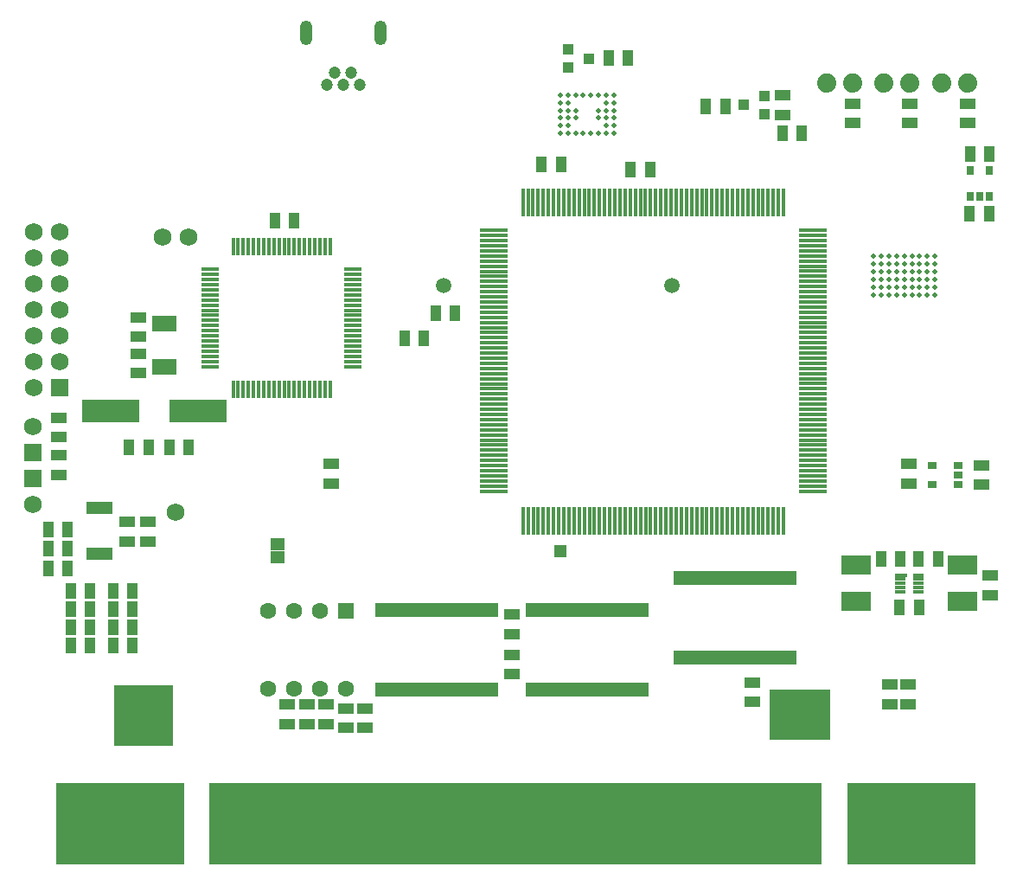
<source format=gts>
G04 (created by PCBNEW-RS274X (2010-12-16 BZR 2663)-testing) date Thu 06 Jan 2011 05:59:49 PM CET*
G01*
G70*
G90*
%MOIN*%
G04 Gerber Fmt 3.4, Leading zero omitted, Abs format*
%FSLAX34Y34*%
G04 APERTURE LIST*
%ADD10C,0.008000*%
%ADD11R,0.019800X0.055200*%
%ADD12R,0.038000X0.028000*%
%ADD13R,0.028000X0.038000*%
%ADD14R,0.067000X0.017800*%
%ADD15R,0.017800X0.067000*%
%ADD16R,0.018000X0.108000*%
%ADD17R,0.108000X0.018000*%
%ADD18R,0.044000X0.044000*%
%ADD19R,0.094600X0.059200*%
%ADD20R,0.068000X0.068000*%
%ADD21C,0.068000*%
%ADD22C,0.047400*%
%ADD23O,0.047400X0.094600*%
%ADD24O,0.019400X0.019400*%
%ADD25R,0.019800X0.047300*%
%ADD26R,0.063000X0.043000*%
%ADD27R,0.043000X0.063000*%
%ADD28C,0.059200*%
%ADD29R,0.047300X0.015900*%
%ADD30R,0.043400X0.015900*%
%ADD31R,0.043400X0.015800*%
%ADD32R,0.047400X0.047400*%
%ADD33R,0.058000X0.046000*%
%ADD34R,0.063000X0.063000*%
%ADD35C,0.063000*%
%ADD36R,0.492900X0.315800*%
%ADD37R,2.363000X0.315800*%
%ADD38R,0.237000X0.197700*%
%ADD39R,0.229100X0.237000*%
%ADD40R,0.118000X0.078000*%
%ADD41C,0.074000*%
%ADD42R,0.224600X0.086700*%
G04 APERTURE END LIST*
G54D10*
G54D11*
X51787Y-47635D03*
X51984Y-47635D03*
X52180Y-47635D03*
X52377Y-47635D03*
X52574Y-47635D03*
X52771Y-47635D03*
X52968Y-47635D03*
X53165Y-47635D03*
X53362Y-47635D03*
X53558Y-47635D03*
X53755Y-47635D03*
X53952Y-47635D03*
X54148Y-47635D03*
X54345Y-47635D03*
X54542Y-47635D03*
X54738Y-47635D03*
X54935Y-47635D03*
X55132Y-47635D03*
X55329Y-47635D03*
X55526Y-47635D03*
X55723Y-47635D03*
X55920Y-47635D03*
X56116Y-47635D03*
X56313Y-47635D03*
X56313Y-44565D03*
X56116Y-44565D03*
X55920Y-44565D03*
X55723Y-44565D03*
X55526Y-44565D03*
X55329Y-44565D03*
X55132Y-44565D03*
X54935Y-44565D03*
X54738Y-44565D03*
X54542Y-44565D03*
X54345Y-44565D03*
X54148Y-44565D03*
X53952Y-44565D03*
X53755Y-44565D03*
X53558Y-44565D03*
X53362Y-44565D03*
X53165Y-44565D03*
X52968Y-44565D03*
X52771Y-44565D03*
X52574Y-44565D03*
X52377Y-44565D03*
X52180Y-44565D03*
X51984Y-44565D03*
X51787Y-44565D03*
X63287Y-46385D03*
X63484Y-46385D03*
X63680Y-46385D03*
X63877Y-46385D03*
X64074Y-46385D03*
X64271Y-46385D03*
X64468Y-46385D03*
X64665Y-46385D03*
X64862Y-46385D03*
X65058Y-46385D03*
X65255Y-46385D03*
X65452Y-46385D03*
X65648Y-46385D03*
X65845Y-46385D03*
X66042Y-46385D03*
X66238Y-46385D03*
X66435Y-46385D03*
X66632Y-46385D03*
X66829Y-46385D03*
X67026Y-46385D03*
X67223Y-46385D03*
X67420Y-46385D03*
X67616Y-46385D03*
X67813Y-46385D03*
X67813Y-43315D03*
X67616Y-43315D03*
X67420Y-43315D03*
X67223Y-43315D03*
X67026Y-43315D03*
X66829Y-43315D03*
X66632Y-43315D03*
X66435Y-43315D03*
X66238Y-43315D03*
X66042Y-43315D03*
X65845Y-43315D03*
X65648Y-43315D03*
X65452Y-43315D03*
X65255Y-43315D03*
X65058Y-43315D03*
X64862Y-43315D03*
X64665Y-43315D03*
X64468Y-43315D03*
X64271Y-43315D03*
X64074Y-43315D03*
X63877Y-43315D03*
X63680Y-43315D03*
X63484Y-43315D03*
X63287Y-43315D03*
X57587Y-47635D03*
X57784Y-47635D03*
X57980Y-47635D03*
X58177Y-47635D03*
X58374Y-47635D03*
X58571Y-47635D03*
X58768Y-47635D03*
X58965Y-47635D03*
X59162Y-47635D03*
X59358Y-47635D03*
X59555Y-47635D03*
X59752Y-47635D03*
X59948Y-47635D03*
X60145Y-47635D03*
X60342Y-47635D03*
X60538Y-47635D03*
X60735Y-47635D03*
X60932Y-47635D03*
X61129Y-47635D03*
X61326Y-47635D03*
X61523Y-47635D03*
X61720Y-47635D03*
X61916Y-47635D03*
X62113Y-47635D03*
X62113Y-44565D03*
X61916Y-44565D03*
X61720Y-44565D03*
X61523Y-44565D03*
X61326Y-44565D03*
X61129Y-44565D03*
X60932Y-44565D03*
X60735Y-44565D03*
X60538Y-44565D03*
X60342Y-44565D03*
X60145Y-44565D03*
X59948Y-44565D03*
X59752Y-44565D03*
X59555Y-44565D03*
X59358Y-44565D03*
X59162Y-44565D03*
X58965Y-44565D03*
X58768Y-44565D03*
X58571Y-44565D03*
X58374Y-44565D03*
X58177Y-44565D03*
X57980Y-44565D03*
X57784Y-44565D03*
X57587Y-44565D03*
G54D12*
X74145Y-39733D03*
X74145Y-38983D03*
X73145Y-39733D03*
X74145Y-39358D03*
X73145Y-38983D03*
G54D13*
X74605Y-28635D03*
X75355Y-28635D03*
X74605Y-27635D03*
X74980Y-28635D03*
X75355Y-27635D03*
G54D14*
X45320Y-31430D03*
X45320Y-31627D03*
X45320Y-31824D03*
X45320Y-32021D03*
X45320Y-32218D03*
X45320Y-32415D03*
X45320Y-32612D03*
X45320Y-32808D03*
X45320Y-33005D03*
X45320Y-33202D03*
X45320Y-33398D03*
X45320Y-33595D03*
X45320Y-33792D03*
X45320Y-33988D03*
X45320Y-34185D03*
X45320Y-34382D03*
X45320Y-34579D03*
X45320Y-34776D03*
X45320Y-34973D03*
X45320Y-35170D03*
G54D15*
X46205Y-36055D03*
X46402Y-36055D03*
X46599Y-36055D03*
X46796Y-36055D03*
X46993Y-36055D03*
X47190Y-36055D03*
X47387Y-36055D03*
X47583Y-36055D03*
X47780Y-36055D03*
X47977Y-36055D03*
X48173Y-36055D03*
X48370Y-36055D03*
X48567Y-36055D03*
X48763Y-36055D03*
X48960Y-36055D03*
X49157Y-36055D03*
X49354Y-36055D03*
X49551Y-36055D03*
X49748Y-36055D03*
X49945Y-36055D03*
G54D14*
X50830Y-35170D03*
X50830Y-34973D03*
X50830Y-34776D03*
X50830Y-34579D03*
X50830Y-34382D03*
X50830Y-34185D03*
X50830Y-33988D03*
X50830Y-33792D03*
X50830Y-33595D03*
X50830Y-33398D03*
X50830Y-33202D03*
X50830Y-33005D03*
X50830Y-32808D03*
X50830Y-32612D03*
X50830Y-32415D03*
X50830Y-32218D03*
X50830Y-32021D03*
X50830Y-31824D03*
X50830Y-31627D03*
X50830Y-31430D03*
G54D15*
X49945Y-30545D03*
X49748Y-30545D03*
X49551Y-30545D03*
X49354Y-30545D03*
X49157Y-30545D03*
X48960Y-30545D03*
X48763Y-30545D03*
X48567Y-30545D03*
X48370Y-30545D03*
X48173Y-30545D03*
X47977Y-30545D03*
X47780Y-30545D03*
X47583Y-30545D03*
X47387Y-30545D03*
X47190Y-30545D03*
X46993Y-30545D03*
X46796Y-30545D03*
X46599Y-30545D03*
X46402Y-30545D03*
X46205Y-30545D03*
G54D16*
X67423Y-28850D03*
X67226Y-28850D03*
X67029Y-28850D03*
X66832Y-28850D03*
X66635Y-28850D03*
X66438Y-28850D03*
X66241Y-28850D03*
X66044Y-28850D03*
X65847Y-28850D03*
X65650Y-28850D03*
X65453Y-28850D03*
X65256Y-28850D03*
X65059Y-28850D03*
X64862Y-28850D03*
X64665Y-28850D03*
X64468Y-28850D03*
X64271Y-28850D03*
X64074Y-28850D03*
X63877Y-28850D03*
X63680Y-28850D03*
X63483Y-28850D03*
X63286Y-28850D03*
X63089Y-28850D03*
X62892Y-28850D03*
X62695Y-28850D03*
X62498Y-28850D03*
X62301Y-28850D03*
X62104Y-28850D03*
X61907Y-28850D03*
X61710Y-28850D03*
X61513Y-28850D03*
X61316Y-28850D03*
X61119Y-28850D03*
X60922Y-28850D03*
X60725Y-28850D03*
X60528Y-28850D03*
X60331Y-28850D03*
X60134Y-28850D03*
X59937Y-28850D03*
X59740Y-28850D03*
X59543Y-28850D03*
X59346Y-28850D03*
X59149Y-28850D03*
X58952Y-28850D03*
X58755Y-28850D03*
X58558Y-28850D03*
X58361Y-28850D03*
X58164Y-28850D03*
X57967Y-28850D03*
X57770Y-28850D03*
X57573Y-28850D03*
X57376Y-28850D03*
G54D17*
X56270Y-29927D03*
X56270Y-30124D03*
X56270Y-30321D03*
X56270Y-30518D03*
X56270Y-30715D03*
X56270Y-30912D03*
X56270Y-31109D03*
X56270Y-31306D03*
X56270Y-31503D03*
X56270Y-31700D03*
X56270Y-31897D03*
X56270Y-32094D03*
X56270Y-32291D03*
X56270Y-32488D03*
X56270Y-32685D03*
X56270Y-32882D03*
X56270Y-33079D03*
X56270Y-33276D03*
X56270Y-33473D03*
X56270Y-33670D03*
X56270Y-33867D03*
X56270Y-34064D03*
X56270Y-34261D03*
X56270Y-34458D03*
X56270Y-34655D03*
X56270Y-34852D03*
X56270Y-35049D03*
X56270Y-35246D03*
X56270Y-35443D03*
X56270Y-35640D03*
X56270Y-35837D03*
X56270Y-36034D03*
X56270Y-36231D03*
X56270Y-36428D03*
X56270Y-36625D03*
X56270Y-36822D03*
X56270Y-37019D03*
X56270Y-37216D03*
X56270Y-37413D03*
X56270Y-37610D03*
X56270Y-37807D03*
X56270Y-38004D03*
X56270Y-38201D03*
X56270Y-38398D03*
X56270Y-38595D03*
X56270Y-38792D03*
X56270Y-38989D03*
X56270Y-39186D03*
X56270Y-39383D03*
X56270Y-39580D03*
X56270Y-39777D03*
X56270Y-39974D03*
G54D16*
X57377Y-41130D03*
X57574Y-41130D03*
X57771Y-41130D03*
X57968Y-41130D03*
X58165Y-41130D03*
X58362Y-41130D03*
X58559Y-41130D03*
X58756Y-41130D03*
X58953Y-41130D03*
X59150Y-41130D03*
X59347Y-41130D03*
X59544Y-41130D03*
X59741Y-41130D03*
X59938Y-41130D03*
X60135Y-41130D03*
X60332Y-41130D03*
X60529Y-41130D03*
X60726Y-41130D03*
X60923Y-41130D03*
X61120Y-41130D03*
X61317Y-41130D03*
X61514Y-41130D03*
X61711Y-41130D03*
X61908Y-41130D03*
X62105Y-41130D03*
X62302Y-41130D03*
X62499Y-41130D03*
X62696Y-41130D03*
X62893Y-41130D03*
X63090Y-41130D03*
X63287Y-41130D03*
X63484Y-41130D03*
X63681Y-41130D03*
X63878Y-41130D03*
X64075Y-41130D03*
X64272Y-41130D03*
X64469Y-41130D03*
X64666Y-41130D03*
X64863Y-41130D03*
X65060Y-41130D03*
X65257Y-41130D03*
X65454Y-41130D03*
X65651Y-41130D03*
X65848Y-41130D03*
X66045Y-41130D03*
X66242Y-41130D03*
X66439Y-41130D03*
X66636Y-41130D03*
X66833Y-41130D03*
X67030Y-41130D03*
X67227Y-41130D03*
X67424Y-41130D03*
G54D17*
X68550Y-39973D03*
X68550Y-39776D03*
X68550Y-39579D03*
X68550Y-39382D03*
X68550Y-39185D03*
X68550Y-38988D03*
X68550Y-38791D03*
X68550Y-38594D03*
X68550Y-38397D03*
X68550Y-38200D03*
X68550Y-38003D03*
X68550Y-37806D03*
X68550Y-37609D03*
X68550Y-37412D03*
X68550Y-37215D03*
X68550Y-37018D03*
X68550Y-36821D03*
X68550Y-36624D03*
X68550Y-36427D03*
X68550Y-36230D03*
X68550Y-36033D03*
X68550Y-35836D03*
X68550Y-35639D03*
X68550Y-35442D03*
X68550Y-35245D03*
X68550Y-35048D03*
X68550Y-34851D03*
X68550Y-34654D03*
X68550Y-34457D03*
X68550Y-34260D03*
X68550Y-34063D03*
X68550Y-33866D03*
X68550Y-33669D03*
X68550Y-33472D03*
X68550Y-33275D03*
X68550Y-33078D03*
X68550Y-32881D03*
X68550Y-32684D03*
X68550Y-32487D03*
X68550Y-32290D03*
X68550Y-32093D03*
X68550Y-31896D03*
X68550Y-31699D03*
X68550Y-31502D03*
X68550Y-31305D03*
X68550Y-31108D03*
X68550Y-30911D03*
X68550Y-30714D03*
X68550Y-30517D03*
X68550Y-30320D03*
X68550Y-30123D03*
X68550Y-29926D03*
G54D18*
X59128Y-23657D03*
X59128Y-22957D03*
X59928Y-23307D03*
G54D19*
X43550Y-33523D03*
X43550Y-35177D03*
G54D20*
X38500Y-38500D03*
G54D21*
X38500Y-37500D03*
G54D22*
X50135Y-23864D03*
X50450Y-24336D03*
X50765Y-23864D03*
X51080Y-24336D03*
X49820Y-24336D03*
G54D23*
X49013Y-22328D03*
X51887Y-22328D03*
G54D18*
X66700Y-24750D03*
X66700Y-25450D03*
X65900Y-25100D03*
G54D20*
X38500Y-39500D03*
G54D21*
X38500Y-40500D03*
X44000Y-40800D03*
X44500Y-30200D03*
X43500Y-30200D03*
G54D24*
X73260Y-30932D03*
X72964Y-30932D03*
X72669Y-30932D03*
X72374Y-30932D03*
X72079Y-30932D03*
X71784Y-30932D03*
X71489Y-30932D03*
X71194Y-30932D03*
X70898Y-30932D03*
X73260Y-31228D03*
X72964Y-31228D03*
X72669Y-31228D03*
X72374Y-31228D03*
X72079Y-31228D03*
X71784Y-31228D03*
X71489Y-31228D03*
X71194Y-31228D03*
X70898Y-31228D03*
X73260Y-31523D03*
X72964Y-31523D03*
X72669Y-31523D03*
X72374Y-31523D03*
X72079Y-31523D03*
X71784Y-31523D03*
X71489Y-31523D03*
X71194Y-31523D03*
X70898Y-31523D03*
X73260Y-31817D03*
X72964Y-31817D03*
X72669Y-31817D03*
X72374Y-31817D03*
X72079Y-31817D03*
X71784Y-31817D03*
X71489Y-31817D03*
X71194Y-31817D03*
X70898Y-31817D03*
X73260Y-32112D03*
X72964Y-32112D03*
X72669Y-32112D03*
X72374Y-32112D03*
X72079Y-32112D03*
X71784Y-32112D03*
X71489Y-32112D03*
X71194Y-32112D03*
X70898Y-32112D03*
X73260Y-32408D03*
X72964Y-32408D03*
X72669Y-32408D03*
X72374Y-32408D03*
X72079Y-32408D03*
X71784Y-32408D03*
X71489Y-32408D03*
X71194Y-32408D03*
X70898Y-32408D03*
X58817Y-26188D03*
X59112Y-26188D03*
X59408Y-26188D03*
X59703Y-26188D03*
X59997Y-26188D03*
X60292Y-26188D03*
X60588Y-26188D03*
X60883Y-26188D03*
X58817Y-25892D03*
X59112Y-25892D03*
X60588Y-25892D03*
X60883Y-25892D03*
X58817Y-25597D03*
X59112Y-25597D03*
X59408Y-25597D03*
X60292Y-25597D03*
X60588Y-25597D03*
X60883Y-25597D03*
X58817Y-25303D03*
X59112Y-25303D03*
X59408Y-25303D03*
X60292Y-25303D03*
X60588Y-25303D03*
X60883Y-25303D03*
X58817Y-25008D03*
X59112Y-25008D03*
X60588Y-25008D03*
X60883Y-25008D03*
X58817Y-24712D03*
X59112Y-24712D03*
X59408Y-24712D03*
X59703Y-24712D03*
X59997Y-24712D03*
X60292Y-24712D03*
X60588Y-24712D03*
X60883Y-24712D03*
G54D25*
X41443Y-40615D03*
X41246Y-40615D03*
X41050Y-40615D03*
X40854Y-40615D03*
X40657Y-40615D03*
X40657Y-42385D03*
X40854Y-42385D03*
X41050Y-42385D03*
X41246Y-42385D03*
X41443Y-42385D03*
G54D20*
X39516Y-35992D03*
G54D21*
X38516Y-35992D03*
X39516Y-34992D03*
X38516Y-34992D03*
X39516Y-33992D03*
X38516Y-33992D03*
X39516Y-32992D03*
X38516Y-32992D03*
X39516Y-31992D03*
X38516Y-31992D03*
X39516Y-30992D03*
X38516Y-30992D03*
X39516Y-29992D03*
X38516Y-29992D03*
G54D26*
X49050Y-48200D03*
X49050Y-48950D03*
X42913Y-41910D03*
X42913Y-41160D03*
X70075Y-25800D03*
X70075Y-25050D03*
X39475Y-38600D03*
X39475Y-39350D03*
X39488Y-37895D03*
X39488Y-37145D03*
G54D27*
X72650Y-44450D03*
X71900Y-44450D03*
X71175Y-42575D03*
X71925Y-42575D03*
G54D26*
X75400Y-43975D03*
X75400Y-43225D03*
G54D27*
X73375Y-42575D03*
X72625Y-42575D03*
G54D26*
X72245Y-39683D03*
X72245Y-38933D03*
G54D27*
X74605Y-26985D03*
X75355Y-26985D03*
G54D26*
X75051Y-39735D03*
X75051Y-38985D03*
G54D27*
X74595Y-29295D03*
X75345Y-29295D03*
X60675Y-23300D03*
X61425Y-23300D03*
G54D26*
X42126Y-41910D03*
X42126Y-41160D03*
G54D27*
X54755Y-33115D03*
X54005Y-33115D03*
X62275Y-27600D03*
X61525Y-27600D03*
X58094Y-27377D03*
X58844Y-27377D03*
X53565Y-34100D03*
X52815Y-34100D03*
G54D26*
X42550Y-33275D03*
X42550Y-34025D03*
G54D27*
X44500Y-38275D03*
X43750Y-38275D03*
X42200Y-38275D03*
X42950Y-38275D03*
X67375Y-26200D03*
X68125Y-26200D03*
G54D26*
X67400Y-25475D03*
X67400Y-24725D03*
G54D27*
X64425Y-25150D03*
X65175Y-25150D03*
G54D26*
X74525Y-25800D03*
X74525Y-25050D03*
X72300Y-25800D03*
X72300Y-25050D03*
G54D27*
X47814Y-29567D03*
X48564Y-29567D03*
G54D26*
X50000Y-39675D03*
X50000Y-38925D03*
G54D27*
X39825Y-41450D03*
X39075Y-41450D03*
X39825Y-42200D03*
X39075Y-42200D03*
X39825Y-42950D03*
X39075Y-42950D03*
X41575Y-45925D03*
X42325Y-45925D03*
X40700Y-45225D03*
X39950Y-45225D03*
X39950Y-44525D03*
X40700Y-44525D03*
X39950Y-43825D03*
X40700Y-43825D03*
X42325Y-43825D03*
X41575Y-43825D03*
X40700Y-45925D03*
X39950Y-45925D03*
X42325Y-44525D03*
X41575Y-44525D03*
X41575Y-45225D03*
X42325Y-45225D03*
G54D26*
X42550Y-35425D03*
X42550Y-34675D03*
G54D28*
X54314Y-32049D03*
X63133Y-32049D03*
G54D29*
X71940Y-43211D03*
G54D30*
X71921Y-43368D03*
X71921Y-43525D03*
X71921Y-43682D03*
X71921Y-43839D03*
G54D31*
X72629Y-43839D03*
X72629Y-43682D03*
X72629Y-43525D03*
X72629Y-43368D03*
X72629Y-43211D03*
G54D26*
X56950Y-46275D03*
X56950Y-47025D03*
X56950Y-44725D03*
X56950Y-45475D03*
G54D32*
X58825Y-42275D03*
G54D33*
X47925Y-42025D03*
X47925Y-42525D03*
G54D34*
X50550Y-44575D03*
G54D35*
X49550Y-44575D03*
X48550Y-44575D03*
X47550Y-44575D03*
X47550Y-47575D03*
X48550Y-47575D03*
X49550Y-47575D03*
X50550Y-47575D03*
G54D26*
X49800Y-48200D03*
X49800Y-48950D03*
X48300Y-48950D03*
X48300Y-48200D03*
X72225Y-47425D03*
X72225Y-48175D03*
X51300Y-48350D03*
X51300Y-49100D03*
X50550Y-48350D03*
X50550Y-49100D03*
X66225Y-47350D03*
X66225Y-48100D03*
X71525Y-47425D03*
X71525Y-48175D03*
G54D36*
X72356Y-52794D03*
X41844Y-52794D03*
G54D37*
X57100Y-52794D03*
G54D38*
X68045Y-48581D03*
G54D39*
X42769Y-48620D03*
G54D40*
X74325Y-44225D03*
X74325Y-42825D03*
X70225Y-42825D03*
X70225Y-44225D03*
G54D41*
X71300Y-24250D03*
X72300Y-24250D03*
X73525Y-24250D03*
X74525Y-24250D03*
X69075Y-24250D03*
X70075Y-24250D03*
G54D42*
X41502Y-36900D03*
X44848Y-36900D03*
M02*

</source>
